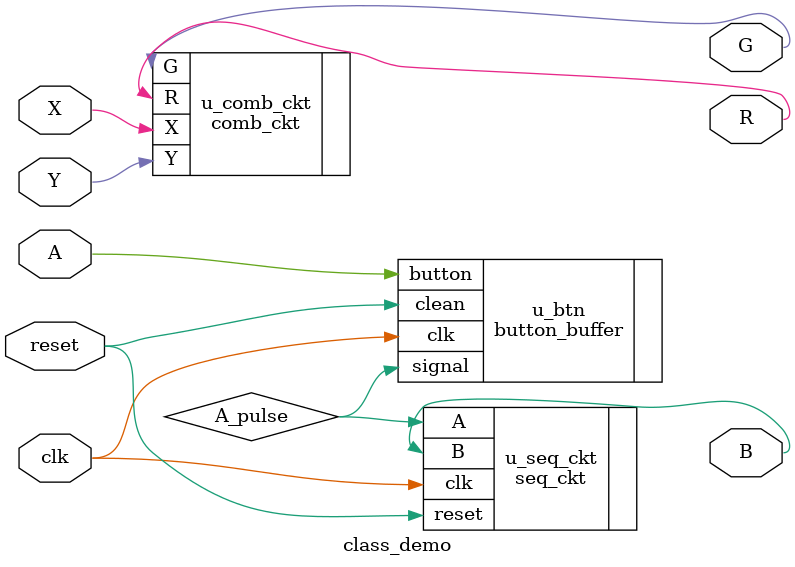
<source format=v>
module class_demo(A, X, Y, R, G, B, reset, clk);
	input	A;
	input	X;
	input	Y;
	output	R;
	output	G;
	output	B;
	input	reset;
	input	clk;

	wire	A_pulse;

	button_buffer u_btn (
		.clean (reset),
		.clk (clk),
		.button (A),
		.signal (A_pulse)
	);

	seq_ckt u_seq_ckt (
		.A (A_pulse),
		.reset (reset),
		.B (B),
		.clk (clk)
	);

	comb_ckt u_comb_ckt (
		.X (X),
		.Y (Y),
		.R (R),
		.G (G)
	);
endmodule













</source>
